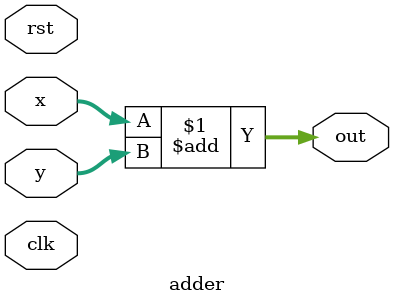
<source format=v>
module adder (clk, rst, x, y, out);
    parameter integer WIDTH = 8;
    input clk, rst;
    input [WIDTH-1:0] x, y;
    //output reg [WIDTH-1:0] out;
    output [WIDTH-1:0] out;

    assign out = x + y;

endmodule

</source>
